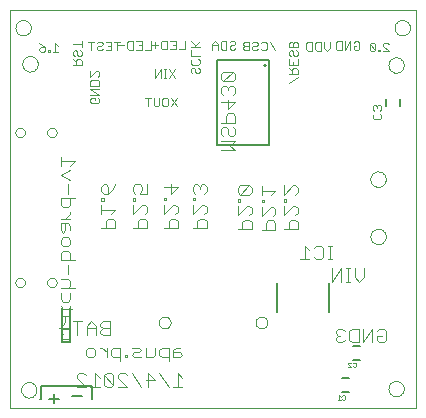
<source format=gbo>
G75*
G70*
%OFA0B0*%
%FSLAX24Y24*%
%IPPOS*%
%LPD*%
%AMOC8*
5,1,8,0,0,1.08239X$1,22.5*
%
%ADD10C,0.0000*%
%ADD11C,0.0040*%
%ADD12C,0.0030*%
%ADD13C,0.0060*%
%ADD14C,0.0010*%
%ADD15C,0.0050*%
%ADD16C,0.0070*%
D10*
X000174Y000263D02*
X000174Y013537D01*
X013690Y013537D01*
X013690Y000263D01*
X000174Y000263D01*
X000540Y000869D02*
X000542Y000900D01*
X000548Y000931D01*
X000557Y000961D01*
X000570Y000990D01*
X000587Y001017D01*
X000607Y001041D01*
X000629Y001063D01*
X000655Y001082D01*
X000682Y001098D01*
X000711Y001110D01*
X000741Y001119D01*
X000772Y001124D01*
X000804Y001125D01*
X000835Y001122D01*
X000866Y001115D01*
X000896Y001105D01*
X000924Y001091D01*
X000950Y001073D01*
X000974Y001053D01*
X000995Y001029D01*
X001014Y001004D01*
X001029Y000976D01*
X001040Y000947D01*
X001048Y000916D01*
X001052Y000885D01*
X001052Y000853D01*
X001048Y000822D01*
X001040Y000791D01*
X001029Y000762D01*
X001014Y000734D01*
X000995Y000709D01*
X000974Y000685D01*
X000950Y000665D01*
X000924Y000647D01*
X000896Y000633D01*
X000866Y000623D01*
X000835Y000616D01*
X000804Y000613D01*
X000772Y000614D01*
X000741Y000619D01*
X000711Y000628D01*
X000682Y000640D01*
X000655Y000656D01*
X000629Y000675D01*
X000607Y000697D01*
X000587Y000721D01*
X000570Y000748D01*
X000557Y000777D01*
X000548Y000807D01*
X000542Y000838D01*
X000540Y000869D01*
X000348Y004448D02*
X000350Y004473D01*
X000356Y004497D01*
X000365Y004519D01*
X000378Y004540D01*
X000394Y004559D01*
X000413Y004575D01*
X000434Y004588D01*
X000456Y004597D01*
X000480Y004603D01*
X000505Y004605D01*
X000530Y004603D01*
X000554Y004597D01*
X000576Y004588D01*
X000597Y004575D01*
X000616Y004559D01*
X000632Y004540D01*
X000645Y004519D01*
X000654Y004497D01*
X000660Y004473D01*
X000662Y004448D01*
X000660Y004423D01*
X000654Y004399D01*
X000645Y004377D01*
X000632Y004356D01*
X000616Y004337D01*
X000597Y004321D01*
X000576Y004308D01*
X000554Y004299D01*
X000530Y004293D01*
X000505Y004291D01*
X000480Y004293D01*
X000456Y004299D01*
X000434Y004308D01*
X000413Y004321D01*
X000394Y004337D01*
X000378Y004356D01*
X000365Y004377D01*
X000356Y004399D01*
X000350Y004423D01*
X000348Y004448D01*
X001411Y004448D02*
X001413Y004473D01*
X001419Y004497D01*
X001428Y004519D01*
X001441Y004540D01*
X001457Y004559D01*
X001476Y004575D01*
X001497Y004588D01*
X001519Y004597D01*
X001543Y004603D01*
X001568Y004605D01*
X001593Y004603D01*
X001617Y004597D01*
X001639Y004588D01*
X001660Y004575D01*
X001679Y004559D01*
X001695Y004540D01*
X001708Y004519D01*
X001717Y004497D01*
X001723Y004473D01*
X001725Y004448D01*
X001723Y004423D01*
X001717Y004399D01*
X001708Y004377D01*
X001695Y004356D01*
X001679Y004337D01*
X001660Y004321D01*
X001639Y004308D01*
X001617Y004299D01*
X001593Y004293D01*
X001568Y004291D01*
X001543Y004293D01*
X001519Y004299D01*
X001497Y004308D01*
X001476Y004321D01*
X001457Y004337D01*
X001441Y004356D01*
X001428Y004377D01*
X001419Y004399D01*
X001413Y004423D01*
X001411Y004448D01*
X005127Y003113D02*
X005129Y003140D01*
X005135Y003167D01*
X005144Y003193D01*
X005157Y003217D01*
X005173Y003240D01*
X005192Y003259D01*
X005214Y003276D01*
X005238Y003290D01*
X005263Y003300D01*
X005290Y003307D01*
X005317Y003310D01*
X005345Y003309D01*
X005372Y003304D01*
X005398Y003296D01*
X005422Y003284D01*
X005445Y003268D01*
X005466Y003250D01*
X005483Y003229D01*
X005498Y003205D01*
X005509Y003180D01*
X005517Y003154D01*
X005521Y003127D01*
X005521Y003099D01*
X005517Y003072D01*
X005509Y003046D01*
X005498Y003021D01*
X005483Y002997D01*
X005466Y002976D01*
X005445Y002958D01*
X005423Y002942D01*
X005398Y002930D01*
X005372Y002922D01*
X005345Y002917D01*
X005317Y002916D01*
X005290Y002919D01*
X005263Y002926D01*
X005238Y002936D01*
X005214Y002950D01*
X005192Y002967D01*
X005173Y002986D01*
X005157Y003009D01*
X005144Y003033D01*
X005135Y003059D01*
X005129Y003086D01*
X005127Y003113D01*
X008355Y003113D02*
X008357Y003140D01*
X008363Y003167D01*
X008372Y003193D01*
X008385Y003217D01*
X008401Y003240D01*
X008420Y003259D01*
X008442Y003276D01*
X008466Y003290D01*
X008491Y003300D01*
X008518Y003307D01*
X008545Y003310D01*
X008573Y003309D01*
X008600Y003304D01*
X008626Y003296D01*
X008650Y003284D01*
X008673Y003268D01*
X008694Y003250D01*
X008711Y003229D01*
X008726Y003205D01*
X008737Y003180D01*
X008745Y003154D01*
X008749Y003127D01*
X008749Y003099D01*
X008745Y003072D01*
X008737Y003046D01*
X008726Y003021D01*
X008711Y002997D01*
X008694Y002976D01*
X008673Y002958D01*
X008651Y002942D01*
X008626Y002930D01*
X008600Y002922D01*
X008573Y002917D01*
X008545Y002916D01*
X008518Y002919D01*
X008491Y002926D01*
X008466Y002936D01*
X008442Y002950D01*
X008420Y002967D01*
X008401Y002986D01*
X008385Y003009D01*
X008372Y003033D01*
X008363Y003059D01*
X008357Y003086D01*
X008355Y003113D01*
X012182Y005983D02*
X012184Y006014D01*
X012190Y006045D01*
X012199Y006075D01*
X012212Y006104D01*
X012229Y006131D01*
X012249Y006155D01*
X012271Y006177D01*
X012297Y006196D01*
X012324Y006212D01*
X012353Y006224D01*
X012383Y006233D01*
X012414Y006238D01*
X012446Y006239D01*
X012477Y006236D01*
X012508Y006229D01*
X012538Y006219D01*
X012566Y006205D01*
X012592Y006187D01*
X012616Y006167D01*
X012637Y006143D01*
X012656Y006118D01*
X012671Y006090D01*
X012682Y006061D01*
X012690Y006030D01*
X012694Y005999D01*
X012694Y005967D01*
X012690Y005936D01*
X012682Y005905D01*
X012671Y005876D01*
X012656Y005848D01*
X012637Y005823D01*
X012616Y005799D01*
X012592Y005779D01*
X012566Y005761D01*
X012538Y005747D01*
X012508Y005737D01*
X012477Y005730D01*
X012446Y005727D01*
X012414Y005728D01*
X012383Y005733D01*
X012353Y005742D01*
X012324Y005754D01*
X012297Y005770D01*
X012271Y005789D01*
X012249Y005811D01*
X012229Y005835D01*
X012212Y005862D01*
X012199Y005891D01*
X012190Y005921D01*
X012184Y005952D01*
X012182Y005983D01*
X012182Y007893D02*
X012184Y007924D01*
X012190Y007955D01*
X012199Y007985D01*
X012212Y008014D01*
X012229Y008041D01*
X012249Y008065D01*
X012271Y008087D01*
X012297Y008106D01*
X012324Y008122D01*
X012353Y008134D01*
X012383Y008143D01*
X012414Y008148D01*
X012446Y008149D01*
X012477Y008146D01*
X012508Y008139D01*
X012538Y008129D01*
X012566Y008115D01*
X012592Y008097D01*
X012616Y008077D01*
X012637Y008053D01*
X012656Y008028D01*
X012671Y008000D01*
X012682Y007971D01*
X012690Y007940D01*
X012694Y007909D01*
X012694Y007877D01*
X012690Y007846D01*
X012682Y007815D01*
X012671Y007786D01*
X012656Y007758D01*
X012637Y007733D01*
X012616Y007709D01*
X012592Y007689D01*
X012566Y007671D01*
X012538Y007657D01*
X012508Y007647D01*
X012477Y007640D01*
X012446Y007637D01*
X012414Y007638D01*
X012383Y007643D01*
X012353Y007652D01*
X012324Y007664D01*
X012297Y007680D01*
X012271Y007699D01*
X012249Y007721D01*
X012229Y007745D01*
X012212Y007772D01*
X012199Y007801D01*
X012190Y007831D01*
X012184Y007862D01*
X012182Y007893D01*
X012784Y011696D02*
X012786Y011727D01*
X012792Y011758D01*
X012801Y011788D01*
X012814Y011817D01*
X012831Y011844D01*
X012851Y011868D01*
X012873Y011890D01*
X012899Y011909D01*
X012926Y011925D01*
X012955Y011937D01*
X012985Y011946D01*
X013016Y011951D01*
X013048Y011952D01*
X013079Y011949D01*
X013110Y011942D01*
X013140Y011932D01*
X013168Y011918D01*
X013194Y011900D01*
X013218Y011880D01*
X013239Y011856D01*
X013258Y011831D01*
X013273Y011803D01*
X013284Y011774D01*
X013292Y011743D01*
X013296Y011712D01*
X013296Y011680D01*
X013292Y011649D01*
X013284Y011618D01*
X013273Y011589D01*
X013258Y011561D01*
X013239Y011536D01*
X013218Y011512D01*
X013194Y011492D01*
X013168Y011474D01*
X013140Y011460D01*
X013110Y011450D01*
X013079Y011443D01*
X013048Y011440D01*
X013016Y011441D01*
X012985Y011446D01*
X012955Y011455D01*
X012926Y011467D01*
X012899Y011483D01*
X012873Y011502D01*
X012851Y011524D01*
X012831Y011548D01*
X012814Y011575D01*
X012801Y011604D01*
X012792Y011634D01*
X012786Y011665D01*
X012784Y011696D01*
X012989Y012940D02*
X012991Y012971D01*
X012997Y013002D01*
X013006Y013032D01*
X013019Y013061D01*
X013036Y013088D01*
X013056Y013112D01*
X013078Y013134D01*
X013104Y013153D01*
X013131Y013169D01*
X013160Y013181D01*
X013190Y013190D01*
X013221Y013195D01*
X013253Y013196D01*
X013284Y013193D01*
X013315Y013186D01*
X013345Y013176D01*
X013373Y013162D01*
X013399Y013144D01*
X013423Y013124D01*
X013444Y013100D01*
X013463Y013075D01*
X013478Y013047D01*
X013489Y013018D01*
X013497Y012987D01*
X013501Y012956D01*
X013501Y012924D01*
X013497Y012893D01*
X013489Y012862D01*
X013478Y012833D01*
X013463Y012805D01*
X013444Y012780D01*
X013423Y012756D01*
X013399Y012736D01*
X013373Y012718D01*
X013345Y012704D01*
X013315Y012694D01*
X013284Y012687D01*
X013253Y012684D01*
X013221Y012685D01*
X013190Y012690D01*
X013160Y012699D01*
X013131Y012711D01*
X013104Y012727D01*
X013078Y012746D01*
X013056Y012768D01*
X013036Y012792D01*
X013019Y012819D01*
X013006Y012848D01*
X012997Y012878D01*
X012991Y012909D01*
X012989Y012940D01*
X001411Y009448D02*
X001413Y009473D01*
X001419Y009497D01*
X001428Y009519D01*
X001441Y009540D01*
X001457Y009559D01*
X001476Y009575D01*
X001497Y009588D01*
X001519Y009597D01*
X001543Y009603D01*
X001568Y009605D01*
X001593Y009603D01*
X001617Y009597D01*
X001639Y009588D01*
X001660Y009575D01*
X001679Y009559D01*
X001695Y009540D01*
X001708Y009519D01*
X001717Y009497D01*
X001723Y009473D01*
X001725Y009448D01*
X001723Y009423D01*
X001717Y009399D01*
X001708Y009377D01*
X001695Y009356D01*
X001679Y009337D01*
X001660Y009321D01*
X001639Y009308D01*
X001617Y009299D01*
X001593Y009293D01*
X001568Y009291D01*
X001543Y009293D01*
X001519Y009299D01*
X001497Y009308D01*
X001476Y009321D01*
X001457Y009337D01*
X001441Y009356D01*
X001428Y009377D01*
X001419Y009399D01*
X001413Y009423D01*
X001411Y009448D01*
X000348Y009448D02*
X000350Y009473D01*
X000356Y009497D01*
X000365Y009519D01*
X000378Y009540D01*
X000394Y009559D01*
X000413Y009575D01*
X000434Y009588D01*
X000456Y009597D01*
X000480Y009603D01*
X000505Y009605D01*
X000530Y009603D01*
X000554Y009597D01*
X000576Y009588D01*
X000597Y009575D01*
X000616Y009559D01*
X000632Y009540D01*
X000645Y009519D01*
X000654Y009497D01*
X000660Y009473D01*
X000662Y009448D01*
X000660Y009423D01*
X000654Y009399D01*
X000645Y009377D01*
X000632Y009356D01*
X000616Y009337D01*
X000597Y009321D01*
X000576Y009308D01*
X000554Y009299D01*
X000530Y009293D01*
X000505Y009291D01*
X000480Y009293D01*
X000456Y009299D01*
X000434Y009308D01*
X000413Y009321D01*
X000394Y009337D01*
X000378Y009356D01*
X000365Y009377D01*
X000356Y009399D01*
X000350Y009423D01*
X000348Y009448D01*
X000580Y011735D02*
X000582Y011766D01*
X000588Y011797D01*
X000597Y011827D01*
X000610Y011856D01*
X000627Y011883D01*
X000647Y011907D01*
X000669Y011929D01*
X000695Y011948D01*
X000722Y011964D01*
X000751Y011976D01*
X000781Y011985D01*
X000812Y011990D01*
X000844Y011991D01*
X000875Y011988D01*
X000906Y011981D01*
X000936Y011971D01*
X000964Y011957D01*
X000990Y011939D01*
X001014Y011919D01*
X001035Y011895D01*
X001054Y011870D01*
X001069Y011842D01*
X001080Y011813D01*
X001088Y011782D01*
X001092Y011751D01*
X001092Y011719D01*
X001088Y011688D01*
X001080Y011657D01*
X001069Y011628D01*
X001054Y011600D01*
X001035Y011575D01*
X001014Y011551D01*
X000990Y011531D01*
X000964Y011513D01*
X000936Y011499D01*
X000906Y011489D01*
X000875Y011482D01*
X000844Y011479D01*
X000812Y011480D01*
X000781Y011485D01*
X000751Y011494D01*
X000722Y011506D01*
X000695Y011522D01*
X000669Y011541D01*
X000647Y011563D01*
X000627Y011587D01*
X000610Y011614D01*
X000597Y011643D01*
X000588Y011673D01*
X000582Y011704D01*
X000580Y011735D01*
X000351Y012940D02*
X000353Y012971D01*
X000359Y013002D01*
X000368Y013032D01*
X000381Y013061D01*
X000398Y013088D01*
X000418Y013112D01*
X000440Y013134D01*
X000466Y013153D01*
X000493Y013169D01*
X000522Y013181D01*
X000552Y013190D01*
X000583Y013195D01*
X000615Y013196D01*
X000646Y013193D01*
X000677Y013186D01*
X000707Y013176D01*
X000735Y013162D01*
X000761Y013144D01*
X000785Y013124D01*
X000806Y013100D01*
X000825Y013075D01*
X000840Y013047D01*
X000851Y013018D01*
X000859Y012987D01*
X000863Y012956D01*
X000863Y012924D01*
X000859Y012893D01*
X000851Y012862D01*
X000840Y012833D01*
X000825Y012805D01*
X000806Y012780D01*
X000785Y012756D01*
X000761Y012736D01*
X000735Y012718D01*
X000707Y012704D01*
X000677Y012694D01*
X000646Y012687D01*
X000615Y012684D01*
X000583Y012685D01*
X000552Y012690D01*
X000522Y012699D01*
X000493Y012711D01*
X000466Y012727D01*
X000440Y012746D01*
X000418Y012768D01*
X000398Y012792D01*
X000381Y012819D01*
X000368Y012848D01*
X000359Y012878D01*
X000353Y012909D01*
X000351Y012940D01*
X012784Y000909D02*
X012786Y000940D01*
X012792Y000971D01*
X012801Y001001D01*
X012814Y001030D01*
X012831Y001057D01*
X012851Y001081D01*
X012873Y001103D01*
X012899Y001122D01*
X012926Y001138D01*
X012955Y001150D01*
X012985Y001159D01*
X013016Y001164D01*
X013048Y001165D01*
X013079Y001162D01*
X013110Y001155D01*
X013140Y001145D01*
X013168Y001131D01*
X013194Y001113D01*
X013218Y001093D01*
X013239Y001069D01*
X013258Y001044D01*
X013273Y001016D01*
X013284Y000987D01*
X013292Y000956D01*
X013296Y000925D01*
X013296Y000893D01*
X013292Y000862D01*
X013284Y000831D01*
X013273Y000802D01*
X013258Y000774D01*
X013239Y000749D01*
X013218Y000725D01*
X013194Y000705D01*
X013168Y000687D01*
X013140Y000673D01*
X013110Y000663D01*
X013079Y000656D01*
X013048Y000653D01*
X013016Y000654D01*
X012985Y000659D01*
X012955Y000668D01*
X012926Y000680D01*
X012899Y000696D01*
X012873Y000715D01*
X012851Y000737D01*
X012831Y000761D01*
X012814Y000788D01*
X012801Y000817D01*
X012792Y000847D01*
X012786Y000878D01*
X012784Y000909D01*
D11*
X012633Y002448D02*
X012479Y002448D01*
X012402Y002525D01*
X012402Y002679D01*
X012556Y002679D01*
X012709Y002832D02*
X012709Y002525D01*
X012633Y002448D01*
X012249Y002448D02*
X012249Y002909D01*
X011942Y002448D01*
X011942Y002909D01*
X011789Y002909D02*
X011558Y002909D01*
X011482Y002832D01*
X011482Y002525D01*
X011558Y002448D01*
X011789Y002448D01*
X011789Y002909D01*
X011328Y002832D02*
X011252Y002909D01*
X011098Y002909D01*
X011021Y002832D01*
X011021Y002755D01*
X011098Y002679D01*
X011021Y002602D01*
X011021Y002525D01*
X011098Y002448D01*
X011252Y002448D01*
X011328Y002525D01*
X011175Y002679D02*
X011098Y002679D01*
X012402Y002832D02*
X012479Y002909D01*
X012633Y002909D01*
X012709Y002832D01*
X011816Y004468D02*
X011662Y004621D01*
X011662Y004928D01*
X011509Y004928D02*
X011355Y004928D01*
X011432Y004928D02*
X011432Y004468D01*
X011509Y004468D02*
X011355Y004468D01*
X011202Y004468D02*
X011202Y004928D01*
X010895Y004468D01*
X010895Y004928D01*
X010918Y005218D02*
X010765Y005218D01*
X010841Y005218D02*
X010841Y005678D01*
X010765Y005678D02*
X010918Y005678D01*
X010611Y005602D02*
X010611Y005295D01*
X010534Y005218D01*
X010381Y005218D01*
X010304Y005295D01*
X010151Y005218D02*
X009844Y005218D01*
X009997Y005218D02*
X009997Y005678D01*
X010151Y005525D01*
X010304Y005602D02*
X010381Y005678D01*
X010534Y005678D01*
X010611Y005602D01*
X009761Y006224D02*
X009761Y006454D01*
X009684Y006531D01*
X009531Y006531D01*
X009454Y006454D01*
X009454Y006224D01*
X009301Y006224D02*
X009761Y006224D01*
X009684Y006684D02*
X009761Y006761D01*
X009761Y006915D01*
X009684Y006991D01*
X009608Y006991D01*
X009301Y006684D01*
X009301Y006991D01*
X009301Y007145D02*
X009301Y007221D01*
X009377Y007221D01*
X009377Y007145D01*
X009301Y007145D01*
X009301Y007375D02*
X009608Y007682D01*
X009684Y007682D01*
X009761Y007605D01*
X009761Y007452D01*
X009684Y007375D01*
X009301Y007375D02*
X009301Y007682D01*
X009013Y007513D02*
X008553Y007513D01*
X008553Y007666D02*
X008553Y007359D01*
X008553Y007206D02*
X008553Y007129D01*
X008629Y007129D01*
X008629Y007206D01*
X008553Y007206D01*
X008553Y006976D02*
X008553Y006669D01*
X008859Y006976D01*
X008936Y006976D01*
X009013Y006899D01*
X009013Y006745D01*
X008936Y006669D01*
X008936Y006515D02*
X008783Y006515D01*
X008706Y006438D01*
X008706Y006208D01*
X008553Y006208D02*
X009013Y006208D01*
X009013Y006438D01*
X008936Y006515D01*
X008222Y006454D02*
X008222Y006224D01*
X007761Y006224D01*
X007915Y006224D02*
X007915Y006454D01*
X007991Y006531D01*
X008145Y006531D01*
X008222Y006454D01*
X008145Y006684D02*
X008222Y006761D01*
X008222Y006915D01*
X008145Y006991D01*
X008068Y006991D01*
X007761Y006684D01*
X007761Y006991D01*
X007761Y007145D02*
X007761Y007221D01*
X007838Y007221D01*
X007838Y007145D01*
X007761Y007145D01*
X007838Y007375D02*
X008145Y007682D01*
X007838Y007682D01*
X007761Y007605D01*
X007761Y007452D01*
X007838Y007375D01*
X008145Y007375D01*
X008222Y007452D01*
X008222Y007605D01*
X008145Y007682D01*
X008859Y007359D02*
X009013Y007513D01*
X007663Y008857D02*
X007509Y009011D01*
X007663Y009164D01*
X007202Y009164D01*
X007279Y009318D02*
X007202Y009394D01*
X007202Y009548D01*
X007279Y009625D01*
X007356Y009625D01*
X007432Y009548D01*
X007432Y009394D01*
X007509Y009318D01*
X007586Y009318D01*
X007663Y009394D01*
X007663Y009548D01*
X007586Y009625D01*
X007663Y009778D02*
X007663Y010008D01*
X007586Y010085D01*
X007432Y010085D01*
X007356Y010008D01*
X007356Y009778D01*
X007202Y009778D02*
X007663Y009778D01*
X007432Y010238D02*
X007432Y010545D01*
X007279Y010699D02*
X007202Y010776D01*
X007202Y010929D01*
X007279Y011006D01*
X007356Y011006D01*
X007432Y010929D01*
X007432Y010852D01*
X007432Y010929D02*
X007509Y011006D01*
X007586Y011006D01*
X007663Y010929D01*
X007663Y010776D01*
X007586Y010699D01*
X007663Y010469D02*
X007432Y010238D01*
X007202Y010469D02*
X007663Y010469D01*
X007586Y011159D02*
X007279Y011159D01*
X007586Y011466D01*
X007279Y011466D01*
X007202Y011389D01*
X007202Y011236D01*
X007279Y011159D01*
X007586Y011159D02*
X007663Y011236D01*
X007663Y011389D01*
X007586Y011466D01*
X007663Y008857D02*
X007202Y008857D01*
X006645Y007721D02*
X006568Y007721D01*
X006491Y007644D01*
X006415Y007721D01*
X006338Y007721D01*
X006261Y007644D01*
X006261Y007491D01*
X006338Y007414D01*
X006338Y007261D02*
X006261Y007261D01*
X006261Y007184D01*
X006338Y007184D01*
X006338Y007261D01*
X006261Y007031D02*
X006261Y006724D01*
X006568Y007031D01*
X006645Y007031D01*
X006722Y006954D01*
X006722Y006800D01*
X006645Y006724D01*
X006645Y006570D02*
X006491Y006570D01*
X006415Y006494D01*
X006415Y006263D01*
X006261Y006263D02*
X006722Y006263D01*
X006722Y006494D01*
X006645Y006570D01*
X006645Y007414D02*
X006722Y007491D01*
X006722Y007644D01*
X006645Y007721D01*
X006491Y007644D02*
X006491Y007568D01*
X005761Y007644D02*
X005531Y007414D01*
X005531Y007721D01*
X005301Y007644D02*
X005761Y007644D01*
X005377Y007261D02*
X005301Y007261D01*
X005301Y007184D01*
X005377Y007184D01*
X005377Y007261D01*
X005301Y007031D02*
X005301Y006724D01*
X005608Y007031D01*
X005684Y007031D01*
X005761Y006954D01*
X005761Y006800D01*
X005684Y006724D01*
X005684Y006570D02*
X005531Y006570D01*
X005454Y006494D01*
X005454Y006263D01*
X005301Y006263D02*
X005761Y006263D01*
X005761Y006494D01*
X005684Y006570D01*
X004733Y006490D02*
X004733Y006259D01*
X004273Y006259D01*
X004426Y006259D02*
X004426Y006490D01*
X004503Y006566D01*
X004657Y006566D01*
X004733Y006490D01*
X004657Y006720D02*
X004733Y006796D01*
X004733Y006950D01*
X004657Y007027D01*
X004580Y007027D01*
X004273Y006720D01*
X004273Y007027D01*
X004273Y007180D02*
X004273Y007257D01*
X004350Y007257D01*
X004350Y007180D01*
X004273Y007180D01*
X004350Y007410D02*
X004273Y007487D01*
X004273Y007641D01*
X004350Y007717D01*
X004503Y007717D01*
X004580Y007641D01*
X004580Y007564D01*
X004503Y007410D01*
X004733Y007410D01*
X004733Y007717D01*
X003678Y007717D02*
X003602Y007564D01*
X003448Y007410D01*
X003448Y007641D01*
X003371Y007717D01*
X003295Y007717D01*
X003218Y007641D01*
X003218Y007487D01*
X003295Y007410D01*
X003448Y007410D01*
X003295Y007257D02*
X003295Y007180D01*
X003218Y007180D01*
X003218Y007257D01*
X003295Y007257D01*
X003218Y007027D02*
X003218Y006720D01*
X003218Y006873D02*
X003678Y006873D01*
X003525Y006720D01*
X003602Y006566D02*
X003448Y006566D01*
X003371Y006490D01*
X003371Y006259D01*
X003218Y006259D02*
X003678Y006259D01*
X003678Y006490D01*
X003602Y006566D01*
X002324Y007260D02*
X001864Y007260D01*
X001864Y007030D01*
X001940Y006953D01*
X002094Y006953D01*
X002171Y007030D01*
X002171Y007260D01*
X002094Y007414D02*
X002094Y007721D01*
X002171Y007874D02*
X001864Y008027D01*
X002171Y008181D01*
X002171Y008334D02*
X002324Y008488D01*
X001864Y008488D01*
X001864Y008641D02*
X001864Y008334D01*
X002171Y006800D02*
X002171Y006723D01*
X002017Y006570D01*
X001864Y006570D02*
X002171Y006570D01*
X002094Y006416D02*
X001864Y006416D01*
X001864Y006186D01*
X001940Y006109D01*
X002017Y006186D01*
X002017Y006416D01*
X002094Y006416D02*
X002171Y006339D01*
X002171Y006186D01*
X002094Y005956D02*
X001940Y005956D01*
X001864Y005879D01*
X001864Y005726D01*
X001940Y005649D01*
X002094Y005649D01*
X002171Y005726D01*
X002171Y005879D01*
X002094Y005956D01*
X002094Y005495D02*
X001940Y005495D01*
X001864Y005419D01*
X001864Y005188D01*
X002324Y005188D01*
X002171Y005188D02*
X002171Y005419D01*
X002094Y005495D01*
X002094Y005035D02*
X002094Y004728D01*
X002094Y004575D02*
X001864Y004575D01*
X002094Y004575D02*
X002171Y004498D01*
X002171Y004344D01*
X002094Y004268D01*
X002171Y004114D02*
X002171Y003884D01*
X002094Y003807D01*
X001940Y003807D01*
X001864Y003884D01*
X001864Y004114D01*
X001864Y004268D02*
X002324Y004268D01*
X002171Y003654D02*
X002171Y003500D01*
X002247Y003577D02*
X001940Y003577D01*
X001864Y003654D01*
X001864Y003347D02*
X001864Y003117D01*
X001940Y003040D01*
X002017Y003117D01*
X002017Y003347D01*
X002094Y003347D02*
X002171Y003270D01*
X002171Y003117D01*
X002261Y003153D02*
X002568Y003153D01*
X002415Y003153D02*
X002415Y002692D01*
X002171Y002579D02*
X001940Y002579D01*
X001864Y002656D01*
X001940Y002733D01*
X001864Y002810D01*
X001940Y002886D01*
X002171Y002886D01*
X002108Y002923D02*
X001801Y002923D01*
X001864Y003347D02*
X002094Y003347D01*
X002722Y002999D02*
X002722Y002692D01*
X002722Y002923D02*
X003029Y002923D01*
X003029Y002999D02*
X002875Y003153D01*
X002722Y002999D01*
X003029Y002999D02*
X003029Y002692D01*
X003182Y002769D02*
X003259Y002692D01*
X003489Y002692D01*
X003489Y003153D01*
X003259Y003153D01*
X003182Y003076D01*
X003182Y002999D01*
X003259Y002923D01*
X003489Y002923D01*
X003259Y002923D02*
X003182Y002846D01*
X003182Y002769D01*
X003156Y002275D02*
X003232Y002275D01*
X003386Y002121D01*
X003386Y001968D02*
X003386Y002275D01*
X003539Y002198D02*
X003539Y002045D01*
X003616Y001968D01*
X003846Y001968D01*
X003846Y001815D02*
X003846Y002275D01*
X003616Y002275D01*
X003539Y002198D01*
X004000Y002045D02*
X004000Y001968D01*
X004077Y001968D01*
X004077Y002045D01*
X004000Y002045D01*
X004230Y002045D02*
X004307Y002121D01*
X004460Y002121D01*
X004537Y002198D01*
X004460Y002275D01*
X004230Y002275D01*
X004230Y002045D02*
X004307Y001968D01*
X004537Y001968D01*
X004690Y001968D02*
X004690Y002275D01*
X004690Y001968D02*
X004921Y001968D01*
X004997Y002045D01*
X004997Y002275D01*
X005151Y002198D02*
X005151Y002045D01*
X005227Y001968D01*
X005458Y001968D01*
X005611Y001968D02*
X005841Y001968D01*
X005918Y002045D01*
X005841Y002121D01*
X005611Y002121D01*
X005611Y002198D02*
X005611Y001968D01*
X005458Y001815D02*
X005458Y002275D01*
X005227Y002275D01*
X005151Y002198D01*
X005611Y002198D02*
X005688Y002275D01*
X005841Y002275D01*
X005765Y001428D02*
X005765Y000968D01*
X005918Y000968D02*
X005611Y000968D01*
X005458Y000968D02*
X005151Y001428D01*
X004997Y001198D02*
X004690Y001198D01*
X004767Y000968D02*
X004767Y001428D01*
X004997Y001198D01*
X004537Y000968D02*
X004230Y001428D01*
X004077Y001352D02*
X004000Y001428D01*
X003846Y001428D01*
X003770Y001352D01*
X003770Y001275D01*
X004077Y000968D01*
X003770Y000968D01*
X003616Y001045D02*
X003309Y001352D01*
X003309Y001045D01*
X003386Y000968D01*
X003539Y000968D01*
X003616Y001045D01*
X003616Y001352D01*
X003539Y001428D01*
X003386Y001428D01*
X003309Y001352D01*
X003156Y001275D02*
X003002Y001428D01*
X003002Y000968D01*
X002849Y000968D02*
X003156Y000968D01*
X002695Y000968D02*
X002388Y001275D01*
X002388Y001352D01*
X002465Y001428D01*
X002619Y001428D01*
X002695Y001352D01*
X002695Y000968D02*
X002388Y000968D01*
X002772Y001968D02*
X002695Y002045D01*
X002695Y002198D01*
X002772Y002275D01*
X002926Y002275D01*
X003002Y002198D01*
X003002Y002045D01*
X002926Y001968D01*
X002772Y001968D01*
X005765Y001428D02*
X005918Y001275D01*
X011816Y004468D02*
X011969Y004621D01*
X011969Y004928D01*
D12*
X012301Y009882D02*
X012253Y009931D01*
X012253Y010028D01*
X012301Y010076D01*
X012301Y010177D02*
X012253Y010225D01*
X012253Y010322D01*
X012301Y010371D01*
X012350Y010371D01*
X012398Y010322D01*
X012398Y010274D01*
X012398Y010322D02*
X012446Y010371D01*
X012495Y010371D01*
X012543Y010322D01*
X012543Y010225D01*
X012495Y010177D01*
X012495Y010076D02*
X012543Y010028D01*
X012543Y009931D01*
X012495Y009882D01*
X012301Y009882D01*
X012300Y012149D02*
X012203Y012149D01*
X012155Y012197D01*
X012155Y012390D01*
X012348Y012197D01*
X012300Y012149D01*
X012348Y012197D02*
X012348Y012390D01*
X012300Y012439D01*
X012203Y012439D01*
X012155Y012390D01*
X012447Y012197D02*
X012447Y012149D01*
X012496Y012149D01*
X012496Y012197D01*
X012447Y012197D01*
X012597Y012149D02*
X012790Y012149D01*
X012597Y012342D01*
X012597Y012390D01*
X012645Y012439D01*
X012742Y012439D01*
X012790Y012390D01*
X011814Y012435D02*
X011814Y012241D01*
X011765Y012193D01*
X011668Y012193D01*
X011620Y012241D01*
X011620Y012338D01*
X011717Y012338D01*
X011814Y012435D02*
X011765Y012483D01*
X011668Y012483D01*
X011620Y012435D01*
X011519Y012483D02*
X011325Y012193D01*
X011325Y012483D01*
X011224Y012483D02*
X011079Y012483D01*
X011031Y012435D01*
X011031Y012241D01*
X011079Y012193D01*
X011224Y012193D01*
X011224Y012483D01*
X011519Y012483D02*
X011519Y012193D01*
X010829Y012274D02*
X010733Y012177D01*
X010636Y012274D01*
X010636Y012467D01*
X010535Y012467D02*
X010390Y012467D01*
X010341Y012419D01*
X010341Y012226D01*
X010390Y012177D01*
X010535Y012177D01*
X010535Y012467D01*
X010829Y012467D02*
X010829Y012274D01*
X010240Y012177D02*
X010095Y012177D01*
X010047Y012226D01*
X010047Y012419D01*
X010095Y012467D01*
X010240Y012467D01*
X010240Y012177D01*
X009765Y012133D02*
X009765Y012036D01*
X009716Y011988D01*
X009668Y011988D01*
X009619Y012036D01*
X009619Y012133D01*
X009571Y012181D01*
X009523Y012181D01*
X009474Y012133D01*
X009474Y012036D01*
X009523Y011988D01*
X009474Y011887D02*
X009474Y011693D01*
X009765Y011693D01*
X009765Y011887D01*
X009619Y011790D02*
X009619Y011693D01*
X009619Y011592D02*
X009571Y011544D01*
X009571Y011399D01*
X009571Y011495D02*
X009474Y011592D01*
X009619Y011592D02*
X009716Y011592D01*
X009765Y011544D01*
X009765Y011399D01*
X009474Y011399D01*
X009474Y011104D02*
X009765Y011297D01*
X009765Y012133D02*
X009716Y012181D01*
X009765Y012283D02*
X009765Y012428D01*
X009716Y012476D01*
X009668Y012476D01*
X009619Y012428D01*
X009619Y012283D01*
X009474Y012283D02*
X009474Y012428D01*
X009523Y012476D01*
X009571Y012476D01*
X009619Y012428D01*
X009474Y012283D02*
X009765Y012283D01*
X009018Y012185D02*
X008825Y012475D01*
X008724Y012427D02*
X008724Y012233D01*
X008675Y012185D01*
X008579Y012185D01*
X008530Y012233D01*
X008429Y012233D02*
X008381Y012185D01*
X008284Y012185D01*
X008236Y012233D01*
X008236Y012282D01*
X008284Y012330D01*
X008381Y012330D01*
X008429Y012379D01*
X008429Y012427D01*
X008381Y012475D01*
X008284Y012475D01*
X008236Y012427D01*
X008134Y012475D02*
X007989Y012475D01*
X007941Y012427D01*
X007941Y012379D01*
X007989Y012330D01*
X008134Y012330D01*
X007989Y012330D02*
X007941Y012282D01*
X007941Y012233D01*
X007989Y012185D01*
X008134Y012185D01*
X008134Y012475D01*
X008530Y012427D02*
X008579Y012475D01*
X008675Y012475D01*
X008724Y012427D01*
X007680Y012451D02*
X007680Y012402D01*
X007631Y012354D01*
X007535Y012354D01*
X007486Y012305D01*
X007486Y012257D01*
X007535Y012209D01*
X007631Y012209D01*
X007680Y012257D01*
X007680Y012451D02*
X007631Y012499D01*
X007535Y012499D01*
X007486Y012451D01*
X007385Y012499D02*
X007240Y012499D01*
X007192Y012451D01*
X007192Y012257D01*
X007240Y012209D01*
X007385Y012209D01*
X007385Y012499D01*
X007090Y012402D02*
X007090Y012209D01*
X007090Y012354D02*
X006897Y012354D01*
X006897Y012402D02*
X006897Y012209D01*
X006897Y012402D02*
X006994Y012499D01*
X007090Y012402D01*
X006489Y012496D02*
X006295Y012303D01*
X006344Y012351D02*
X006199Y012496D01*
X006199Y012303D02*
X006489Y012303D01*
X006489Y012008D02*
X006199Y012008D01*
X006199Y012202D01*
X005987Y012217D02*
X005793Y012217D01*
X005692Y012217D02*
X005499Y012217D01*
X005398Y012217D02*
X005252Y012217D01*
X005204Y012265D01*
X005204Y012458D01*
X005252Y012507D01*
X005398Y012507D01*
X005398Y012217D01*
X005595Y012362D02*
X005692Y012362D01*
X005692Y012507D02*
X005692Y012217D01*
X005692Y012507D02*
X005499Y012507D01*
X005103Y012362D02*
X004909Y012362D01*
X005006Y012458D02*
X005006Y012265D01*
X004857Y012208D02*
X004663Y012208D01*
X004562Y012208D02*
X004369Y012208D01*
X004267Y012208D02*
X004122Y012208D01*
X004074Y012257D01*
X004074Y012450D01*
X004122Y012499D01*
X004267Y012499D01*
X004267Y012208D01*
X004465Y012354D02*
X004562Y012354D01*
X004562Y012499D02*
X004562Y012208D01*
X004562Y012499D02*
X004369Y012499D01*
X003973Y012354D02*
X003779Y012354D01*
X003747Y012480D02*
X003747Y012190D01*
X003549Y012190D02*
X003549Y012480D01*
X003355Y012480D01*
X003254Y012432D02*
X003254Y012383D01*
X003206Y012335D01*
X003109Y012335D01*
X003061Y012287D01*
X003061Y012238D01*
X003109Y012190D01*
X003206Y012190D01*
X003254Y012238D01*
X003355Y012190D02*
X003549Y012190D01*
X003549Y012335D02*
X003452Y012335D01*
X003650Y012480D02*
X003844Y012480D01*
X003254Y012432D02*
X003206Y012480D01*
X003109Y012480D01*
X003061Y012432D01*
X002960Y012480D02*
X002766Y012480D01*
X002863Y012480D02*
X002863Y012190D01*
X002563Y012140D02*
X002563Y012043D01*
X002514Y011995D01*
X002466Y011995D01*
X002418Y012043D01*
X002418Y012140D01*
X002369Y012188D01*
X002321Y012188D01*
X002272Y012140D01*
X002272Y012043D01*
X002321Y011995D01*
X002272Y011894D02*
X002369Y011797D01*
X002369Y011845D02*
X002369Y011700D01*
X002272Y011700D02*
X002563Y011700D01*
X002563Y011845D01*
X002514Y011894D01*
X002418Y011894D01*
X002369Y011845D01*
X002563Y012140D02*
X002514Y012188D01*
X002563Y012290D02*
X002563Y012483D01*
X002563Y012386D02*
X002272Y012386D01*
X001781Y012331D02*
X001684Y012428D01*
X001684Y012138D01*
X001781Y012138D02*
X001587Y012138D01*
X001486Y012138D02*
X001438Y012138D01*
X001438Y012186D01*
X001486Y012186D01*
X001486Y012138D01*
X001339Y012186D02*
X001339Y012283D01*
X001194Y012283D01*
X001145Y012234D01*
X001145Y012186D01*
X001194Y012138D01*
X001291Y012138D01*
X001339Y012186D01*
X001339Y012283D02*
X001242Y012379D01*
X001145Y012428D01*
X002851Y011497D02*
X002851Y011304D01*
X003044Y011497D01*
X003093Y011497D01*
X003141Y011449D01*
X003141Y011352D01*
X003093Y011304D01*
X003093Y011203D02*
X003141Y011154D01*
X003141Y011009D01*
X002851Y011009D01*
X002851Y011154D01*
X002899Y011203D01*
X003093Y011203D01*
X003141Y010908D02*
X002851Y010908D01*
X003141Y010714D01*
X002851Y010714D01*
X002899Y010613D02*
X002851Y010565D01*
X002851Y010468D01*
X002899Y010420D01*
X003093Y010420D01*
X003141Y010468D01*
X003141Y010565D01*
X003093Y010613D01*
X002996Y010613D02*
X002996Y010516D01*
X002996Y010613D02*
X002899Y010613D01*
X004661Y010612D02*
X004854Y010612D01*
X004757Y010612D02*
X004757Y010321D01*
X004955Y010370D02*
X004955Y010612D01*
X004955Y010370D02*
X005004Y010321D01*
X005100Y010321D01*
X005149Y010370D01*
X005149Y010612D01*
X005250Y010563D02*
X005250Y010370D01*
X005298Y010321D01*
X005395Y010321D01*
X005443Y010370D01*
X005443Y010563D01*
X005395Y010612D01*
X005298Y010612D01*
X005250Y010563D01*
X005545Y010612D02*
X005738Y010321D01*
X005545Y010321D02*
X005738Y010612D01*
X005677Y011269D02*
X005484Y011559D01*
X005383Y011559D02*
X005286Y011559D01*
X005334Y011559D02*
X005334Y011269D01*
X005286Y011269D02*
X005383Y011269D01*
X005484Y011269D02*
X005677Y011559D01*
X006199Y011564D02*
X006199Y011467D01*
X006247Y011419D01*
X006344Y011467D02*
X006344Y011564D01*
X006295Y011612D01*
X006247Y011612D01*
X006199Y011564D01*
X006247Y011714D02*
X006199Y011762D01*
X006199Y011859D01*
X006247Y011907D01*
X006441Y011907D02*
X006489Y011859D01*
X006489Y011762D01*
X006441Y011714D01*
X006247Y011714D01*
X006441Y011612D02*
X006489Y011564D01*
X006489Y011467D01*
X006441Y011419D01*
X006392Y011419D01*
X006344Y011467D01*
X005987Y012217D02*
X005987Y012507D01*
X005186Y011559D02*
X004993Y011269D01*
X004993Y011559D01*
X005186Y011559D02*
X005186Y011269D01*
X004857Y012208D02*
X004857Y012499D01*
D13*
X012702Y010566D02*
X012702Y010330D01*
X013174Y010330D02*
X013174Y010566D01*
X011824Y002342D02*
X011588Y002342D01*
X011588Y001869D02*
X011824Y001869D01*
X011464Y001263D02*
X011227Y001263D01*
X011227Y000791D02*
X011464Y000791D01*
D14*
X011335Y000672D02*
X011335Y000572D01*
X011310Y000547D01*
X011260Y000547D01*
X011235Y000572D01*
X011188Y000547D02*
X011088Y000547D01*
X011138Y000547D02*
X011138Y000697D01*
X011188Y000647D01*
X011235Y000672D02*
X011260Y000697D01*
X011310Y000697D01*
X011335Y000672D01*
X011448Y001626D02*
X011548Y001626D01*
X011448Y001726D01*
X011448Y001751D01*
X011473Y001776D01*
X011523Y001776D01*
X011548Y001751D01*
X011595Y001751D02*
X011620Y001776D01*
X011670Y001776D01*
X011695Y001751D01*
X011695Y001651D01*
X011670Y001626D01*
X011620Y001626D01*
X011595Y001651D01*
D15*
X010818Y003458D02*
X010818Y004428D01*
X009058Y004428D02*
X009058Y003458D01*
X008804Y009041D02*
X007072Y009041D01*
X007072Y011855D01*
X008804Y011855D01*
X008804Y009041D01*
X008646Y011698D02*
X008648Y011706D01*
X008653Y011713D01*
X008660Y011717D01*
X008668Y011718D01*
X008676Y011715D01*
X008682Y011710D01*
X008686Y011702D01*
X008686Y011694D01*
X008682Y011686D01*
X008676Y011681D01*
X008668Y011678D01*
X008660Y011679D01*
X008653Y011683D01*
X008648Y011690D01*
X008646Y011698D01*
X002155Y003606D02*
X002155Y002464D01*
X001918Y002464D01*
X001918Y003606D01*
X001210Y001007D02*
X001210Y000574D01*
X001170Y000574D01*
X001210Y001007D02*
X002903Y001007D01*
X002903Y000574D01*
D16*
X002564Y000659D02*
X002237Y000659D01*
X001810Y000580D02*
X001483Y000580D01*
X001647Y000744D02*
X001647Y000417D01*
M02*

</source>
